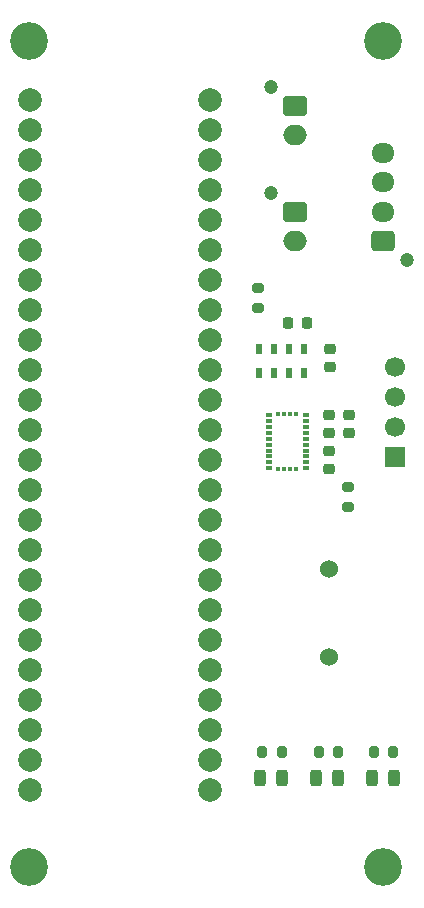
<source format=gbr>
%TF.GenerationSoftware,KiCad,Pcbnew,9.0.0*%
%TF.CreationDate,2026-01-12T14:03:56-05:00*%
%TF.ProjectId,nick_egorov_flight_computer,6e69636b-5f65-4676-9f72-6f765f666c69,rev?*%
%TF.SameCoordinates,Original*%
%TF.FileFunction,Soldermask,Top*%
%TF.FilePolarity,Negative*%
%FSLAX46Y46*%
G04 Gerber Fmt 4.6, Leading zero omitted, Abs format (unit mm)*
G04 Created by KiCad (PCBNEW 9.0.0) date 2026-01-12 14:03:56*
%MOMM*%
%LPD*%
G01*
G04 APERTURE LIST*
G04 Aperture macros list*
%AMRoundRect*
0 Rectangle with rounded corners*
0 $1 Rounding radius*
0 $2 $3 $4 $5 $6 $7 $8 $9 X,Y pos of 4 corners*
0 Add a 4 corners polygon primitive as box body*
4,1,4,$2,$3,$4,$5,$6,$7,$8,$9,$2,$3,0*
0 Add four circle primitives for the rounded corners*
1,1,$1+$1,$2,$3*
1,1,$1+$1,$4,$5*
1,1,$1+$1,$6,$7*
1,1,$1+$1,$8,$9*
0 Add four rect primitives between the rounded corners*
20,1,$1+$1,$2,$3,$4,$5,0*
20,1,$1+$1,$4,$5,$6,$7,0*
20,1,$1+$1,$6,$7,$8,$9,0*
20,1,$1+$1,$8,$9,$2,$3,0*%
G04 Aperture macros list end*
%ADD10RoundRect,0.225000X0.250000X-0.225000X0.250000X0.225000X-0.250000X0.225000X-0.250000X-0.225000X0*%
%ADD11RoundRect,0.200000X-0.200000X-0.275000X0.200000X-0.275000X0.200000X0.275000X-0.200000X0.275000X0*%
%ADD12RoundRect,0.243750X0.243750X0.456250X-0.243750X0.456250X-0.243750X-0.456250X0.243750X-0.456250X0*%
%ADD13R,0.525000X0.300000*%
%ADD14R,0.300000X0.425000*%
%ADD15R,1.700000X1.700000*%
%ADD16C,1.700000*%
%ADD17C,1.200000*%
%ADD18RoundRect,0.250000X0.725000X-0.600000X0.725000X0.600000X-0.725000X0.600000X-0.725000X-0.600000X0*%
%ADD19O,1.950000X1.700000*%
%ADD20R,0.558800X0.838200*%
%ADD21RoundRect,0.200000X-0.275000X0.200000X-0.275000X-0.200000X0.275000X-0.200000X0.275000X0.200000X0*%
%ADD22C,3.200000*%
%ADD23RoundRect,0.250000X-0.750000X0.600000X-0.750000X-0.600000X0.750000X-0.600000X0.750000X0.600000X0*%
%ADD24O,2.000000X1.700000*%
%ADD25C,1.524000*%
%ADD26RoundRect,0.225000X-0.250000X0.225000X-0.250000X-0.225000X0.250000X-0.225000X0.250000X0.225000X0*%
%ADD27C,2.000000*%
%ADD28RoundRect,0.225000X0.225000X0.250000X-0.225000X0.250000X-0.225000X-0.250000X0.225000X-0.250000X0*%
G04 APERTURE END LIST*
D10*
%TO.C,C5*%
X127129581Y-103225846D03*
X127129581Y-101675846D03*
%TD*%
D11*
%TO.C,R5*%
X129200000Y-130200000D03*
X130850000Y-130200000D03*
%TD*%
D12*
%TO.C,D1*%
X126200000Y-132400000D03*
X124325000Y-132400000D03*
%TD*%
D13*
%TO.C,U2*%
X120300000Y-106200000D03*
D14*
X121112500Y-106262500D03*
X121612500Y-106262500D03*
X122112500Y-106262500D03*
X122612500Y-106262500D03*
D13*
X123425000Y-106200000D03*
X123425000Y-105700000D03*
X123425000Y-105200000D03*
X123425000Y-104700000D03*
X123425000Y-104200000D03*
X123425000Y-103700000D03*
X123425000Y-103200000D03*
X123425000Y-102700000D03*
X123425000Y-102200000D03*
X123425000Y-101700000D03*
D14*
X122612500Y-101637500D03*
X122112500Y-101637500D03*
X121612500Y-101637500D03*
X121112500Y-101637500D03*
D13*
X120300000Y-101700000D03*
X120300000Y-102200000D03*
X120300000Y-102700000D03*
X120300000Y-103200000D03*
X120300000Y-103700000D03*
X120300000Y-104200000D03*
X120300000Y-104700000D03*
X120300000Y-105200000D03*
X120300000Y-105700000D03*
%TD*%
D15*
%TO.C,J1*%
X131000000Y-105220000D03*
D16*
X131000000Y-102680000D03*
X131000000Y-100140000D03*
X131000000Y-97600000D03*
%TD*%
D12*
%TO.C,D2*%
X121400000Y-132400000D03*
X119525000Y-132400000D03*
%TD*%
D17*
%TO.C,J1*%
X132000000Y-88600000D03*
D18*
X130000000Y-87000000D03*
D19*
X130000000Y-84500000D03*
X130000000Y-82000000D03*
X130000000Y-79500000D03*
%TD*%
D12*
%TO.C,D3*%
X130875000Y-132400000D03*
X129000000Y-132400000D03*
%TD*%
D20*
%TO.C,U3*%
X123250000Y-96093400D03*
X122000000Y-96093400D03*
X120750000Y-96093400D03*
X119500000Y-96093400D03*
X119500000Y-98100000D03*
X120750000Y-98100000D03*
X122000000Y-98100000D03*
X123250000Y-98100000D03*
%TD*%
D21*
%TO.C,R1*%
X119400000Y-90950000D03*
X119400000Y-92600000D03*
%TD*%
D22*
%TO.C,H3*%
X130000000Y-140000000D03*
%TD*%
D17*
%TO.C,J2*%
X120500000Y-73900000D03*
D23*
X122500000Y-75500000D03*
D24*
X122500000Y-78000000D03*
%TD*%
D17*
%TO.C,J3*%
X120525000Y-82900000D03*
D23*
X122525000Y-84500000D03*
D24*
X122525000Y-87000000D03*
%TD*%
D25*
%TO.C,BZ1*%
X125400000Y-122200000D03*
X125400000Y-114700000D03*
%TD*%
D26*
%TO.C,C3*%
X125500000Y-96100000D03*
X125500000Y-97650000D03*
%TD*%
D27*
%TO.C,Teensy4.1*%
X100060000Y-77520000D03*
X100060000Y-80060000D03*
X100060000Y-82600000D03*
X100060000Y-85140000D03*
X100060000Y-110540000D03*
X115300000Y-80060000D03*
X100060000Y-87680000D03*
X100060000Y-90220000D03*
X115300000Y-74980000D03*
X100060000Y-92760000D03*
X100060000Y-95300000D03*
X100060000Y-97840000D03*
X100060000Y-100380000D03*
X100060000Y-102920000D03*
X100060000Y-105460000D03*
X100060000Y-108000000D03*
X115300000Y-108000000D03*
X115300000Y-105460000D03*
X115300000Y-102920000D03*
X115300000Y-100380000D03*
X115300000Y-97840000D03*
X115300000Y-95300000D03*
X115300000Y-92760000D03*
X115300000Y-90220000D03*
X115300000Y-87680000D03*
X115300000Y-85140000D03*
X115300000Y-82600000D03*
X100060000Y-113080000D03*
X100060000Y-115620000D03*
X100060000Y-118160000D03*
X100060000Y-120700000D03*
X100060000Y-123240000D03*
X100060000Y-125780000D03*
X100060000Y-128320000D03*
X100060000Y-130860000D03*
X100060000Y-133400000D03*
X115300000Y-133400000D03*
X115300000Y-130860000D03*
X115300000Y-128320000D03*
X115300000Y-125780000D03*
X115300000Y-123240000D03*
X115300000Y-120700000D03*
X115300000Y-118160000D03*
X115300000Y-115620000D03*
X115300000Y-113080000D03*
X100060000Y-74980000D03*
X115300000Y-77520000D03*
X115300000Y-110540000D03*
%TD*%
D21*
%TO.C,R2*%
X127000000Y-107800000D03*
X127000000Y-109450000D03*
%TD*%
D11*
%TO.C,R3*%
X124550000Y-130200000D03*
X126200000Y-130200000D03*
%TD*%
D22*
%TO.C,H4*%
X100000000Y-70000000D03*
%TD*%
%TO.C,H2*%
X130000000Y-70000000D03*
%TD*%
D26*
%TO.C,C2*%
X125362500Y-104700000D03*
X125362500Y-106250000D03*
%TD*%
D22*
%TO.C,H1*%
X100000000Y-140000000D03*
%TD*%
D11*
%TO.C,R4*%
X119750000Y-130200000D03*
X121400000Y-130200000D03*
%TD*%
D26*
%TO.C,C1*%
X125362500Y-101675000D03*
X125362500Y-103225000D03*
%TD*%
D28*
%TO.C,C4*%
X123500000Y-93878300D03*
X121950000Y-93878300D03*
%TD*%
M02*

</source>
